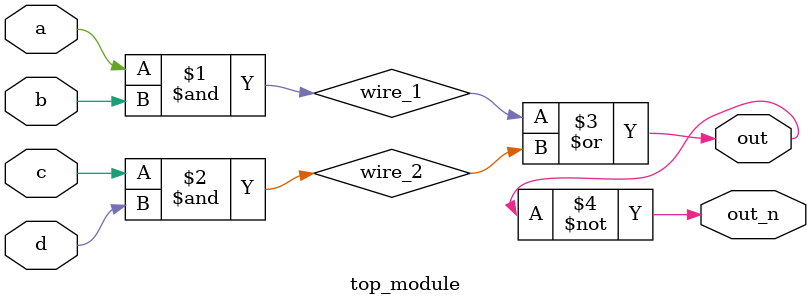
<source format=v>
`default_nettype none
module top_module(
    input a,
    input b,
    input c,
    input d,
    output out,
    output out_n   
); 

wire wire_1, wire_2;
assign wire_1 = a & b;
assign wire_2 = c & d;
assign out = wire_1 | wire_2;
assign out_n = ~out;

endmodule
</source>
